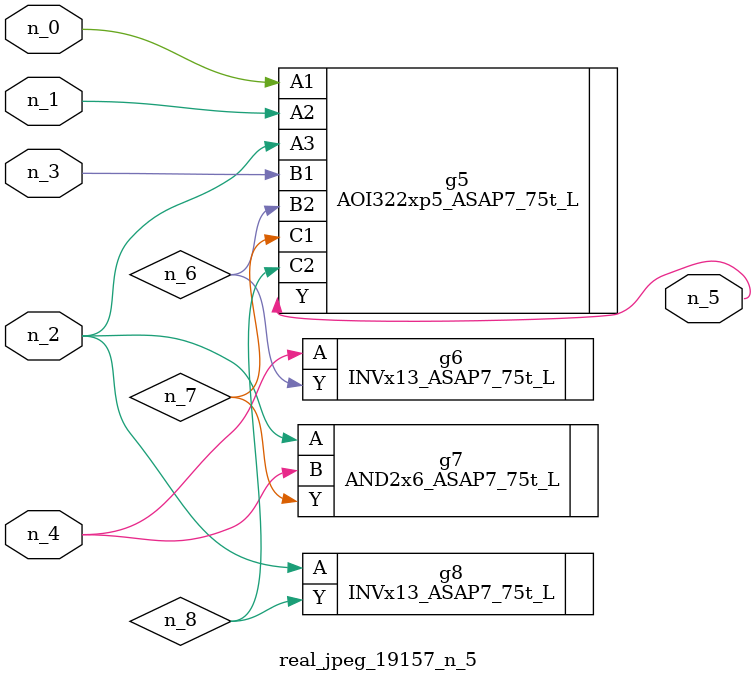
<source format=v>
module real_jpeg_19157_n_5 (n_4, n_0, n_1, n_2, n_3, n_5);

input n_4;
input n_0;
input n_1;
input n_2;
input n_3;

output n_5;

wire n_8;
wire n_6;
wire n_7;

AOI322xp5_ASAP7_75t_L g5 ( 
.A1(n_0),
.A2(n_1),
.A3(n_2),
.B1(n_3),
.B2(n_6),
.C1(n_7),
.C2(n_8),
.Y(n_5)
);

AND2x6_ASAP7_75t_L g7 ( 
.A(n_2),
.B(n_4),
.Y(n_7)
);

INVx13_ASAP7_75t_L g8 ( 
.A(n_2),
.Y(n_8)
);

INVx13_ASAP7_75t_L g6 ( 
.A(n_4),
.Y(n_6)
);


endmodule
</source>
